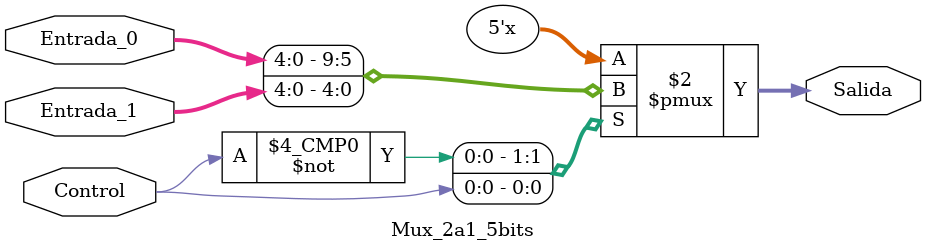
<source format=v>
`timescale 1ns / 1ps

module Mux_2a1_5bits(           //  Tiene como fin el poder elegir entre cualquiera de dos entradas de 5 bits a su salida
    input  Control,             //  Controla cual entrada se muestra a la salida
    input [4:0] Entrada_0,      //  Entrada 0 de 5 bits
    input [4:0] Entrada_1,      //  Entrada 1 de 5 bits
    output reg [4:0] Salida     //  Salida de 5 bits
    );
    
    always @(*)                           //    Siempre que se de un cambio en sus entradas o en el control se actualiza
		case(Control)                     //    Se revisa el valor del control
			1'b0: Salida <= Entrada_0;    //    Si el control esta en 0, se muestra a la salida la entrada 0
			1'b1: Salida <= Entrada_1;    //    Si el control esta en 1, se muestra a la salida la entrada 1
		endcase
endmodule

</source>
